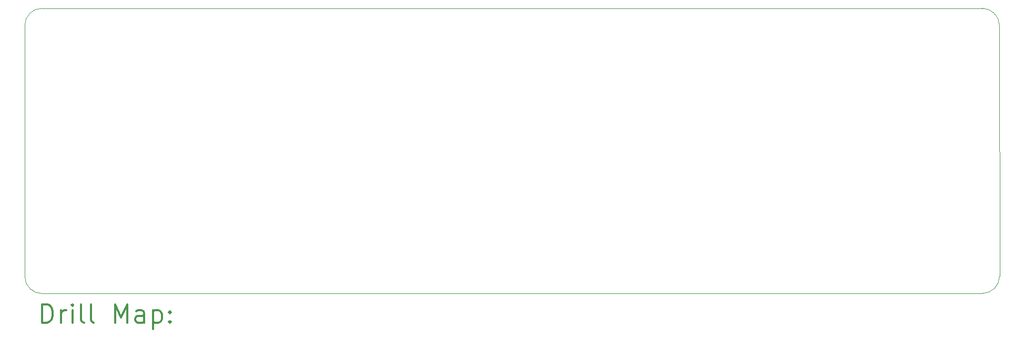
<source format=gbr>
%FSLAX45Y45*%
G04 Gerber Fmt 4.5, Leading zero omitted, Abs format (unit mm)*
G04 Created by KiCad (PCBNEW (5.1.9-0-10_14)) date 2021-05-12 02:13:37*
%MOMM*%
%LPD*%
G01*
G04 APERTURE LIST*
%TA.AperFunction,Profile*%
%ADD10C,0.120000*%
%TD*%
%ADD11C,0.200000*%
%ADD12C,0.300000*%
G04 APERTURE END LIST*
D10*
X21488400Y-12473800D02*
G75*
G02*
X21211400Y-12750800I-277000J0D01*
G01*
X21209000Y-8151000D02*
G75*
G02*
X21486000Y-8428000I0J-277000D01*
G01*
X5796000Y-8428000D02*
G75*
G02*
X6073000Y-8151000I277000J0D01*
G01*
X6073000Y-12753200D02*
G75*
G02*
X5796000Y-12476200I0J277000D01*
G01*
X21211400Y-12750800D02*
X6073000Y-12753200D01*
X21486000Y-8428000D02*
X21488400Y-12473800D01*
X5796000Y-8428000D02*
X5796000Y-12476200D01*
X6073000Y-8151000D02*
X21209000Y-8151000D01*
D11*
D12*
X6076428Y-13224914D02*
X6076428Y-12924914D01*
X6147857Y-12924914D01*
X6190714Y-12939200D01*
X6219286Y-12967771D01*
X6233571Y-12996343D01*
X6247857Y-13053486D01*
X6247857Y-13096343D01*
X6233571Y-13153486D01*
X6219286Y-13182057D01*
X6190714Y-13210629D01*
X6147857Y-13224914D01*
X6076428Y-13224914D01*
X6376428Y-13224914D02*
X6376428Y-13024914D01*
X6376428Y-13082057D02*
X6390714Y-13053486D01*
X6405000Y-13039200D01*
X6433571Y-13024914D01*
X6462143Y-13024914D01*
X6562143Y-13224914D02*
X6562143Y-13024914D01*
X6562143Y-12924914D02*
X6547857Y-12939200D01*
X6562143Y-12953486D01*
X6576428Y-12939200D01*
X6562143Y-12924914D01*
X6562143Y-12953486D01*
X6747857Y-13224914D02*
X6719286Y-13210629D01*
X6705000Y-13182057D01*
X6705000Y-12924914D01*
X6905000Y-13224914D02*
X6876428Y-13210629D01*
X6862143Y-13182057D01*
X6862143Y-12924914D01*
X7247857Y-13224914D02*
X7247857Y-12924914D01*
X7347857Y-13139200D01*
X7447857Y-12924914D01*
X7447857Y-13224914D01*
X7719286Y-13224914D02*
X7719286Y-13067771D01*
X7705000Y-13039200D01*
X7676428Y-13024914D01*
X7619286Y-13024914D01*
X7590714Y-13039200D01*
X7719286Y-13210629D02*
X7690714Y-13224914D01*
X7619286Y-13224914D01*
X7590714Y-13210629D01*
X7576428Y-13182057D01*
X7576428Y-13153486D01*
X7590714Y-13124914D01*
X7619286Y-13110629D01*
X7690714Y-13110629D01*
X7719286Y-13096343D01*
X7862143Y-13024914D02*
X7862143Y-13324914D01*
X7862143Y-13039200D02*
X7890714Y-13024914D01*
X7947857Y-13024914D01*
X7976428Y-13039200D01*
X7990714Y-13053486D01*
X8005000Y-13082057D01*
X8005000Y-13167771D01*
X7990714Y-13196343D01*
X7976428Y-13210629D01*
X7947857Y-13224914D01*
X7890714Y-13224914D01*
X7862143Y-13210629D01*
X8133571Y-13196343D02*
X8147857Y-13210629D01*
X8133571Y-13224914D01*
X8119286Y-13210629D01*
X8133571Y-13196343D01*
X8133571Y-13224914D01*
X8133571Y-13039200D02*
X8147857Y-13053486D01*
X8133571Y-13067771D01*
X8119286Y-13053486D01*
X8133571Y-13039200D01*
X8133571Y-13067771D01*
M02*

</source>
